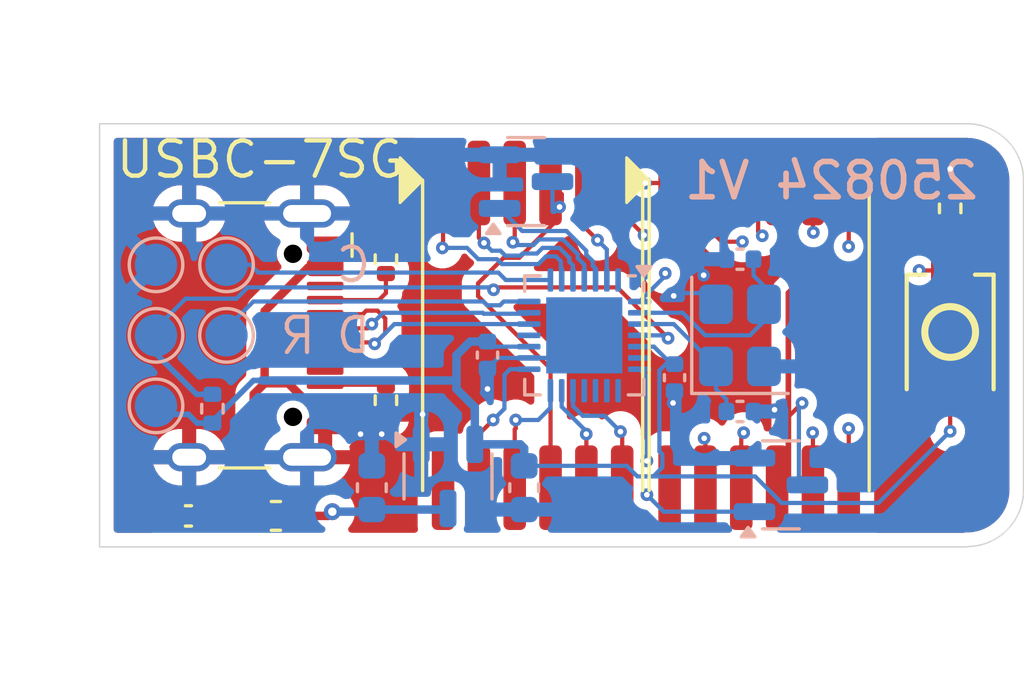
<source format=kicad_pcb>
(kicad_pcb (version 20241229) (generator "pcbnew") (generator_version "9.0")
  (layers (0 "F.Cu" signal) (4 "In1.Cu" signal) (6 "In2.Cu" signal) (2 "B.Cu" signal) (13 "F.Paste" user) (15 "B.Paste" user) (5 "F.SilkS" user "F.Silkscreen") (7 "B.SilkS" user "B.Silkscreen") (1 "F.Mask" user) (3 "B.Mask" user) (25 "Edge.Cuts" user))
  (net 0 "")
  (net 1 "GND")
  (net 2 "/VUSB")
  (net 3 "+3.3V")
  (net 4 "/D-")
  (net 5 "/D+")
  (net 6 "Net-(J1-CC2)")
  (net 7 "Net-(J1-CC1)")
  (net 8 "Net-(U3-BOOT0{slash}PB8)")
  (net 9 "/MSB_EN")
  (net 10 "/LSB_EN")
  (net 11 "/LED_F")
  (net 12 "/LED_D")
  (net 13 "/LED_B")
  (net 14 "/LED_G")
  (net 15 "/LED_DP2")
  (net 16 "/LED_C")
  (net 17 "/LED_DP1")
  (net 18 "/LED_A")
  (net 19 "/LED_E")
  (net 20 "/LEB_B")
  (net 21 "Net-(U4-VI)")
  (net 28 "Net-(U3-OSC_OUT{slash}PD1)")
  (net 29 "Net-(U3-OSC_IN{slash}PD0)")
  (net 30 "Net-(Q1-D)")
  (net 31 "Net-(Q2-D)")
  (net 32 "/~{RST}")
  (net 33 "/SWCLK")
  (net 34 "/SWDIO")
  (footprint "Inductor_SMD:L_0603_1608Metric" (layer "F.Cu") (at 132.5 109.9)
    (property "Reference" "FB1" (hide yes))
    (property "Value" "GZ1608D601TF")
    (fp_line (start -0.162779 -0.51) (end 0.162779 -0.51) (stroke (width 0.12)) (layer "F.SilkS"))
    (fp_line (start -0.162779 0.51) (end 0.162779 0.51) (stroke (width 0.12)) (layer "F.SilkS"))
    (pad "1" smd roundrect (at -0.7875 0) (size 0.875 0.95) (layers "F.Cu" "F.Mask" "F.Paste") (net 2 "/VUSB"))
    (pad "2" smd roundrect (at 0.7875 0) (size 0.875 0.95) (layers "F.Cu" "F.Mask" "F.Paste") (net 21 "Net-(U4-VI)"))
  )
  (footprint "Capacitor_SMD:C_0402_1005Metric" (layer "F.Cu") (at 129.4 109.9 180)
    (property "Reference" "C7" (hide yes))
    (property "Value" "100n")
    (fp_line (start -0.107836 0.36) (end 0.107836 0.36) (stroke (width 0.12)) (layer "F.SilkS"))
    (fp_line (start -0.107836 -0.36) (end 0.107836 -0.36) (stroke (width 0.12)) (layer "F.SilkS"))
    (pad "1" smd roundrect (at -0.48 0 180) (size 0.56 0.62) (layers "F.Cu" "F.Mask" "F.Paste") (net 2 "/VUSB"))
    (pad "2" smd roundrect (at 0.48 0 180) (size 0.56 0.62) (layers "F.Cu" "F.Mask" "F.Paste") (net 1 "GND"))
  )
  (footprint "Connector_USB:USB_C_Receptacle_HCTL_HC-TYPE-C-16P-01A" (layer "F.Cu") (at 130.5 103.5 -90)
    (property "Reference" "J1" (hide yes))
    (property "Value" "USB_C_Receptacle_USB2.0_14P")
    (fp_line (start -4.7 -1.78) (end -4.7 0) (stroke (width 0.12)) (layer "F.SilkS"))
    (fp_line (start 4.7 -1.78) (end 4.7 0) (stroke (width 0.12)) (layer "F.SilkS"))
    (fp_line (start -2.8 -4.7) (end -3.6 -4.7) (stroke (width 0.12)) (layer "F.SilkS"))
    (pad "" np_thru_hole circle (at -2.89 -2.605 270) (size 0.65 0.65) (drill 0.65) (layers "*.Mask"))
    (pad "" np_thru_hole circle (at 2.89 -2.605 270) (size 0.65 0.65) (drill 0.65) (layers "*.Mask"))
    (pad "A1" smd roundrect (at -3.2 -3.745 270) (size 0.6 1.3) (layers "F.Cu" "F.Mask" "F.Paste") (net 1 "GND"))
    (pad "A4" smd roundrect (at -2.4 -3.745 270) (size 0.6 1.3) (layers "F.Cu" "F.Mask" "F.Paste") (net 2 "/VUSB"))
    (pad "A5" smd roundrect (at -1.25 -3.745 270) (size 0.3 1.3) (layers "F.Cu" "F.Mask" "F.Paste") (net 7 "Net-(J1-CC1)"))
    (pad "A6" smd roundrect (at -0.25 -3.745 270) (size 0.3 1.3) (layers "F.Cu" "F.Mask" "F.Paste") (net 5 "/D+"))
    (pad "A7" smd roundrect (at 0.25 -3.745 270) (size 0.3 1.3) (layers "F.Cu" "F.Mask" "F.Paste") (net 4 "/D-"))
    (pad "A8" smd roundrect (at 1.25 -3.745 270) (size 0.3 1.3) (layers "F.Cu" "F.Mask" "F.Paste"))
    (pad "A9" smd roundrect (at 2.4 -3.745 270) (size 0.6 1.3) (layers "F.Cu" "F.Mask" "F.Paste") (net 2 "/VUSB"))
    (pad "A12" smd roundrect (at 3.2 -3.745 270) (size 0.6 1.3) (layers "F.Cu" "F.Mask" "F.Paste") (net 1 "GND"))
    (pad "B1" smd roundrect (at 3.2 -3.745 270) (size 0.6 1.3) (layers "F.Cu" "F.Mask" "F.Paste") (net 1 "GND"))
    (pad "B4" smd roundrect (at 2.4 -3.745 270) (size 0.6 1.3) (layers "F.Cu" "F.Mask" "F.Paste") (net 2 "/VUSB"))
    (pad "B5" smd roundrect (at 1.75 -3.745 270) (size 0.3 1.3) (layers "F.Cu" "F.Mask" "F.Paste") (net 6 "Net-(J1-CC2)"))
    (pad "B6" smd roundrect (at 0.75 -3.745 270) (size 0.3 1.3) (layers "F.Cu" "F.Mask" "F.Paste") (net 5 "/D+"))
    (pad "B7" smd roundrect (at -0.75 -3.745 270) (size 0.3 1.3) (layers "F.Cu" "F.Mask" "F.Paste") (net 4 "/D-"))
    (pad "B8" smd roundrect (at -1.75 -3.745 270) (size 0.3 1.3) (layers "F.Cu" "F.Mask" "F.Paste"))
    (pad "B9" smd roundrect (at -2.4 -3.745 270) (size 0.6 1.3) (layers "F.Cu" "F.Mask" "F.Paste") (net 2 "/VUSB"))
    (pad "B12" smd roundrect (at -3.2 -3.745 270) (size 0.6 1.3) (layers "F.Cu" "F.Mask" "F.Paste") (net 1 "GND"))
    (pad "S1" thru_hole oval (at -4.32 -3.105 270) (size 1 2.1) (drill oval 0.6 1.7) (property pad_prop_heatsink) (layers "*.Cu" "*.Mask") (net 1 "GND"))
    (pad "S1" thru_hole oval (at -4.32 1.075 270) (size 1 1.6) (drill oval 0.6 1.2) (property pad_prop_heatsink) (layers "*.Cu" "*.Mask") (net 1 "GND"))
    (pad "S1" thru_hole oval (at 4.32 -3.105 270) (size 1 2.1) (drill oval 0.6 1.7) (property pad_prop_heatsink) (layers "*.Cu" "*.Mask") (net 1 "GND"))
    (pad "S1" thru_hole oval (at 4.32 1.075 270) (size 1 1.6) (drill oval 0.6 1.2) (property pad_prop_heatsink) (layers "*.Cu" "*.Mask") (net 1 "GND"))
  )
  (footprint "usbc-7seg:GS2816ACX-X" (layer "F.Cu") (at 149.63 103.5)
    (property "Reference" "U2" (hide yes))
    (property "Value" "GS2816CX")
    (fp_line (start -3.9 -5.5) (end -3.9 5.5) (stroke (width 0.12)) (layer "F.SilkS"))
    (fp_line (start 3.9 -5.5) (end 3.9 5.5) (stroke (width 0.12)) (layer "F.SilkS"))
    (fp_poly (pts (xy -3.9 -5.5) (xy -4.7 -6.3) (xy -4.7 -4.7)) (stroke (width 0.1)) (fill yes) (layer "F.SilkS"))
    (pad "1" smd roundrect (at -3.175 -5.4) (size 0.8 3) (layers "F.Cu" "F.Mask" "F.Paste") (net 14 "/LED_G"))
    (pad "2" smd roundrect (at -1.905 -5.4) (size 0.8 3) (layers "F.Cu" "F.Mask" "F.Paste") (net 17 "/LED_DP1"))
    (pad "3" smd roundrect (at -0.635 -5.4) (size 0.8 3) (layers "F.Cu" "F.Mask" "F.Paste") (net 11 "/LED_F"))
    (pad "4" smd roundrect (at 0.635 -5.4) (size 0.8 3) (layers "F.Cu" "F.Mask" "F.Paste") (net 31 "Net-(Q2-D)"))
    (pad "5" smd roundrect (at 1.905 -5.4) (size 0.8 3) (layers "F.Cu" "F.Mask" "F.Paste") (net 18 "/LED_A"))
    (pad "6" smd roundrect (at 3.175 -5.4) (size 0.8 3) (layers "F.Cu" "F.Mask" "F.Paste") (net 13 "/LED_B"))
    (pad "7" smd roundrect (at 3.175 5.4) (size 0.8 3) (layers "F.Cu" "F.Mask" "F.Paste") (net 15 "/LED_DP2"))
    (pad "8" smd roundrect (at 1.905 5.4) (size 0.8 3) (layers "F.Cu" "F.Mask" "F.Paste") (net 16 "/LED_C"))
    (pad "9" smd roundrect (at 0.635 5.4) (size 0.8 3) (layers "F.Cu" "F.Mask" "F.Paste") (net 31 "Net-(Q2-D)"))
    (pad "10" smd roundrect (at -0.635 5.4) (size 0.8 3) (layers "F.Cu" "F.Mask" "F.Paste") (net 12 "/LED_D"))
    (pad "11" smd roundrect (at -1.905 5.4) (size 0.8 3) (layers "F.Cu" "F.Mask" "F.Paste") (net 19 "/LED_E"))
    (pad "12" smd roundrect (at -3.175 5.4) (size 0.8 3) (layers "F.Cu" "F.Mask" "F.Paste"))
  )
  (footprint "Resistor_SMD:R_0402_1005Metric" (layer "F.Cu") (at 136.4 105.8 -90)
    (property "Reference" "R1" (hide yes))
    (property "Value" "5.1K")
    (fp_line (start -0.153641 0.38) (end 0.153641 0.38) (stroke (width 0.12)) (layer "F.SilkS"))
    (fp_line (start -0.153641 -0.38) (end 0.153641 -0.38) (stroke (width 0.12)) (layer "F.SilkS"))
    (pad "1" smd roundrect (at -0.51 0 270) (size 0.54 0.64) (layers "F.Cu" "F.Mask" "F.Paste") (net 6 "Net-(J1-CC2)"))
    (pad "2" smd roundrect (at 0.51 0 270) (size 0.54 0.64) (layers "F.Cu" "F.Mask" "F.Paste") (net 1 "GND"))
  )
  (footprint "usbc-7seg:GS2816ACX-X" (layer "F.Cu") (at 141.6 103.5)
    (property "Reference" "U1" (hide yes))
    (property "Value" "GS2816CX")
    (fp_line (start -3.9 -5.5) (end -3.9 5.5) (stroke (width 0.12)) (layer "F.SilkS"))
    (fp_line (start 3.9 -5.5) (end 3.9 5.5) (stroke (width 0.12)) (layer "F.SilkS"))
    (fp_poly (pts (xy -3.9 -5.5) (xy -4.7 -6.3) (xy -4.7 -4.7)) (stroke (width 0.1)) (fill yes) (layer "F.SilkS"))
    (pad "1" smd roundrect (at -3.175 -5.4) (size 0.8 3) (layers "F.Cu" "F.Mask" "F.Paste") (net 14 "/LED_G"))
    (pad "2" smd roundrect (at -1.905 -5.4) (size 0.8 3) (layers "F.Cu" "F.Mask" "F.Paste") (net 17 "/LED_DP1"))
    (pad "3" smd roundrect (at -0.635 -5.4) (size 0.8 3) (layers "F.Cu" "F.Mask" "F.Paste") (net 11 "/LED_F"))
    (pad "4" smd roundrect (at 0.635 -5.4) (size 0.8 3) (layers "F.Cu" "F.Mask" "F.Paste") (net 30 "Net-(Q1-D)"))
    (pad "5" smd roundrect (at 1.905 -5.4) (size 0.8 3) (layers "F.Cu" "F.Mask" "F.Paste") (net 18 "/LED_A"))
    (pad "6" smd roundrect (at 3.175 -5.4) (size 0.8 3) (layers "F.Cu" "F.Mask" "F.Paste") (net 13 "/LED_B"))
    (pad "7" smd roundrect (at 3.175 5.4) (size 0.8 3) (layers "F.Cu" "F.Mask" "F.Paste") (net 15 "/LED_DP2"))
    (pad "8" smd roundrect (at 1.905 5.4) (size 0.8 3) (layers "F.Cu" "F.Mask" "F.Paste") (net 16 "/LED_C"))
    (pad "9" smd roundrect (at 0.635 5.4) (size 0.8 3) (layers "F.Cu" "F.Mask" "F.Paste") (net 30 "Net-(Q1-D)"))
    (pad "10" smd roundrect (at -0.635 5.4) (size 0.8 3) (layers "F.Cu" "F.Mask" "F.Paste") (net 12 "/LED_D"))
    (pad "11" smd roundrect (at -1.905 5.4) (size 0.8 3) (layers "F.Cu" "F.Mask" "F.Paste") (net 19 "/LED_E"))
    (pad "12" smd roundrect (at -3.175 5.4) (size 0.8 3) (layers "F.Cu" "F.Mask" "F.Paste"))
  )
  (footprint "Resistor_SMD:R_0402_1005Metric" (layer "F.Cu") (at 136.4 100.8 90)
    (property "Reference" "R2" (hide yes))
    (property "Value" "5.1K")
    (fp_line (start -0.153641 -0.38) (end 0.153641 -0.38) (stroke (width 0.12)) (layer "F.SilkS"))
    (fp_line (start -0.153641 0.38) (end 0.153641 0.38) (stroke (width 0.12)) (layer "F.SilkS"))
    (pad "1" smd roundrect (at -0.51 0 90) (size 0.54 0.64) (layers "F.Cu" "F.Mask" "F.Paste") (net 7 "Net-(J1-CC1)"))
    (pad "2" smd roundrect (at 0.51 0 90) (size 0.54 0.64) (layers "F.Cu" "F.Mask" "F.Paste") (net 1 "GND"))
  )
  (footprint "easyeda2kicad:SW-SMD_L3.9-W3.0-P4.45" (layer "F.Cu") (at 156.4 103.38 -90)
    (property "Reference" "SW1" (hide yes))
    (property "Value" "TS-1088-AR02016")
    (fp_line (start -2.03 1.54) (end -2.03 0.88) (stroke (width 0.15)) (layer "F.SilkS"))
    (fp_line (start 2.03 1.54) (end -2.03 1.54) (stroke (width 0.15)) (layer "F.SilkS"))
    (fp_line (start -2.03 -1.54) (end -2.03 -0.88) (stroke (width 0.15)) (layer "F.SilkS"))
    (fp_line (start 2.03 -1.54) (end -2.03 -1.54) (stroke (width 0.15)) (layer "F.SilkS"))
    (fp_circle (center 0 0) (end 0.9 0) (stroke (width 0.25)) (fill no) (layer "F.SilkS"))
    (pad "1" smd rect (at -2.18 0 270) (size 1.23 1.36) (layers "F.Cu" "F.Mask" "F.Paste") (net 8 "Net-(U3-BOOT0{slash}PB8)"))
    (pad "2" smd rect (at 2.18 0 270) (size 1.23 1.36) (layers "F.Cu" "F.Mask" "F.Paste") (net 3 "+3.3V"))
  )
  (footprint "Resistor_SMD:R_0402_1005Metric" (layer "F.Cu") (at 156.4 99 90)
    (property "Reference" "R4" (hide yes))
    (property "Value" "10K")
    (fp_line (start -0.153641 -0.38) (end 0.153641 -0.38) (stroke (width 0.12)) (layer "F.SilkS"))
    (fp_line (start -0.153641 0.38) (end 0.153641 0.38) (stroke (width 0.12)) (layer "F.SilkS"))
    (pad "1" smd roundrect (at -0.51 0 90) (size 0.54 0.64) (layers "F.Cu" "F.Mask" "F.Paste") (net 8 "Net-(U3-BOOT0{slash}PB8)"))
    (pad "2" smd roundrect (at 0.51 0 90) (size 0.54 0.64) (layers "F.Cu" "F.Mask" "F.Paste") (net 1 "GND"))
  )
  (footprint "TestPoint:TestPoint_Pad_D1.5mm" (layer "B.Cu") (at 128.25 101 180)
    (property "Reference" "TP5" (hide yes))
    (property "Value" "~")
    (fp_circle (center 0 0) (end 0 -0.95) (stroke (width 0.12)) (fill no) (layer "B.SilkS"))
    (pad "1" smd circle (at 0 0 180) (size 1.5 1.5) (layers "B.Cu" "B.Mask") (net 1 "GND"))
  )
  (footprint "TestPoint:TestPoint_Pad_D1.5mm" (layer "B.Cu") (at 130.75 101 180)
    (property "Reference" "TP4" (hide yes))
    (property "Value" "~")
    (fp_circle (center 0 0) (end 0 -0.95) (stroke (width 0.12)) (fill no) (layer "B.SilkS"))
    (pad "1" smd circle (at 0 0 180) (size 1.5 1.5) (layers "B.Cu" "B.Mask") (net 33 "/SWCLK"))
  )
  (footprint "Package_TO_SOT_SMD:SOT-23" (layer "B.Cu") (at 150.4 108.8)
    (property "Reference" "Q2" (hide yes))
    (property "Value" "AO3400A")
    (fp_line (start 0 -1.56) (end -0.65 -1.56) (stroke (width 0.12)) (layer "B.SilkS"))
    (fp_line (start 0 -1.56) (end 0.65 -1.56) (stroke (width 0.12)) (layer "B.SilkS"))
    (fp_line (start 0 1.56) (end -0.65 1.56) (stroke (width 0.12)) (layer "B.SilkS"))
    (fp_line (start 0 1.56) (end 0.65 1.56) (stroke (width 0.12)) (layer "B.SilkS"))
    (fp_poly (pts (xy -1.1625 1.51) (xy -1.4025 1.84) (xy -0.9225 1.84)) (stroke (width 0.12)) (fill yes) (layer "B.SilkS"))
    (pad "1" smd roundrect (at -0.9375 0.95) (size 1.475 0.6) (layers "B.Cu" "B.Mask" "B.Paste") (net 10 "/LSB_EN"))
    (pad "2" smd roundrect (at -0.9375 -0.95) (size 1.475 0.6) (layers "B.Cu" "B.Mask" "B.Paste") (net 1 "GND"))
    (pad "3" smd roundrect (at 0.9375 0) (size 1.475 0.6) (layers "B.Cu" "B.Mask" "B.Paste") (net 31 "Net-(Q2-D)"))
  )
  (footprint "TestPoint:TestPoint_Pad_D1.5mm" (layer "B.Cu") (at 130.75 103.5 180)
    (property "Reference" "TP3" (hide yes))
    (property "Value" "~")
    (fp_circle (center 0 0) (end 0 -0.95) (stroke (width 0.12)) (fill no) (layer "B.SilkS"))
    (pad "1" smd circle (at 0 0 180) (size 1.5 1.5) (layers "B.Cu" "B.Mask") (net 34 "/SWDIO"))
  )
  (footprint "Capacitor_SMD:C_0402_1005Metric" (layer "B.Cu") (at 148.95 100.8 180)
    (property "Reference" "C6" (hide yes))
    (property "Value" "12pF")
    (fp_line (start -0.107836 0.36) (end 0.107836 0.36) (stroke (width 0.12)) (layer "B.SilkS"))
    (fp_line (start -0.107836 -0.36) (end 0.107836 -0.36) (stroke (width 0.12)) (layer "B.SilkS"))
    (pad "1" smd roundrect (at -0.48 0 180) (size 0.56 0.62) (layers "B.Cu" "B.Mask" "B.Paste") (net 29 "Net-(U3-OSC_IN{slash}PD0)"))
    (pad "2" smd roundrect (at 0.48 0 180) (size 0.56 0.62) (layers "B.Cu" "B.Mask" "B.Paste") (net 1 "GND"))
  )
  (footprint "Package_DFN_QFN:WQFN-28-1EP_4x4mm_P0.4mm_EP2.7x2.7mm" (layer "B.Cu") (at 143.43 103.5 180)
    (property "Reference" "U3" (hide yes))
    (property "Value" "CH32V203GxUx")
    (fp_line (start 2.11 2.11) (end 2.11 1.56) (stroke (width 0.12)) (layer "B.SilkS"))
    (fp_line (start 2.11 -2.11) (end 2.11 -1.56) (stroke (width 0.12)) (layer "B.SilkS"))
    (fp_line (start 1.56 2.11) (end 2.11 2.11) (stroke (width 0.12)) (layer "B.SilkS"))
    (fp_line (start 1.56 -2.11) (end 2.11 -2.11) (stroke (width 0.12)) (layer "B.SilkS"))
    (fp_line (start -1.56 2.11) (end -1.81 2.11) (stroke (width 0.12)) (layer "B.SilkS"))
    (fp_line (start -1.56 -2.11) (end -2.11 -2.11) (stroke (width 0.12)) (layer "B.SilkS"))
    (fp_line (start -2.11 1.56) (end -2.11 1.87) (stroke (width 0.12)) (layer "B.SilkS"))
    (fp_line (start -2.11 -2.11) (end -2.11 -1.56) (stroke (width 0.12)) (layer "B.SilkS"))
    (fp_poly (pts (xy -2.11 2.11) (xy -2.35 2.44) (xy -1.87 2.44)) (stroke (width 0.12)) (fill yes) (layer "B.SilkS"))
    (pad "1" smd roundrect (at -1.9625 1.2 180) (size 0.825 0.2) (layers "B.Cu" "B.Mask" "B.Paste") (net 8 "Net-(U3-BOOT0{slash}PB8)"))
    (pad "2" smd roundrect (at -1.9625 0.8 180) (size 0.825 0.2) (layers "B.Cu" "B.Mask" "B.Paste") (net 29 "Net-(U3-OSC_IN{slash}PD0)"))
    (pad "3" smd roundrect (at -1.9625 0.4 180) (size 0.825 0.2) (layers "B.Cu" "B.Mask" "B.Paste") (net 28 "Net-(U3-OSC_OUT{slash}PD1)"))
    (pad "4" smd roundrect (at -1.9625 0 180) (size 0.825 0.2) (layers "B.Cu" "B.Mask" "B.Paste") (net 32 "/~{RST}"))
    (pad "5" smd roundrect (at -1.9625 -0.4 180) (size 0.825 0.2) (layers "B.Cu" "B.Mask" "B.Paste") (net 3 "+3.3V"))
    (pad "6" smd roundrect (at -1.9625 -0.8 180) (size 0.825 0.2) (layers "B.Cu" "B.Mask" "B.Paste"))
    (pad "7" smd roundrect (at -1.9625 -1.2 180) (size 0.825 0.2) (layers "B.Cu" "B.Mask" "B.Paste") (net 10 "/LSB_EN"))
    (pad "8" smd roundrect (at -1.2 -1.9625 180) (size 0.2 0.825) (layers "B.Cu" "B.Mask" "B.Paste"))
    (pad "9" smd roundrect (at -0.8 -1.9625 180) (size 0.2 0.825) (layers "B.Cu" "B.Mask" "B.Paste"))
    (pad "10" smd roundrect (at -0.4 -1.9625 180) (size 0.2 0.825) (layers "B.Cu" "B.Mask" "B.Paste"))
    (pad "11" smd roundrect (at 0 -1.9625 180) (size 0.2 0.825) (layers "B.Cu" "B.Mask" "B.Paste"))
    (pad "12" smd roundrect (at 0.4 -1.9625 180) (size 0.2 0.825) (layers "B.Cu" "B.Mask" "B.Paste") (net 15 "/LED_DP2"))
    (pad "13" smd roundrect (at 0.8 -1.9625 180) (size 0.2 0.825) (layers "B.Cu" "B.Mask" "B.Paste") (net 16 "/LED_C"))
    (pad "14" smd roundrect (at 1.2 -1.9625 180) (size 0.2 0.825) (layers "B.Cu" "B.Mask" "B.Paste") (net 12 "/LED_D"))
    (pad "15" smd roundrect (at 1.9625 -1.2 180) (size 0.825 0.2) (layers "B.Cu" "B.Mask" "B.Paste") (net 19 "/LED_E"))
    (pad "16" smd roundrect (at 1.9625 -0.8 180) (size 0.825 0.2) (layers "B.Cu" "B.Mask" "B.Paste") (net 1 "GND"))
    (pad "17" smd roundrect (at 1.9625 -0.4 180) (size 0.825 0.2) (layers "B.Cu" "B.Mask" "B.Paste") (net 3 "+3.3V"))
    (pad "18" smd roundrect (at 1.9625 0 180) (size 0.825 0.2) (layers "B.Cu" "B.Mask" "B.Paste"))
    (pad "19" smd roundrect (at 1.9625 0.4 180) (size 0.825 0.2) (layers "B.Cu" "B.Mask" "B.Paste") (net 4 "/D-"))
    (pad "20" smd roundrect (at 1.9625 0.8 180) (size 0.825 0.2) (layers "B.Cu" "B.Mask" "B.Paste") (net 5 "/D+"))
    (pad "21" smd roundrect (at 1.9625 1.2 180) (size 0.825 0.2) (layers "B.Cu" "B.Mask" "B.Paste") (net 34 "/SWDIO"))
    (pad "22" smd roundrect (at 1.2 1.9625 180) (size 0.2 0.825) (layers "B.Cu" "B.Mask" "B.Paste") (net 33 "/SWCLK"))
    (pad "23" smd roundrect (at 0.8 1.9625 180) (size 0.2 0.825) (layers "B.Cu" "B.Mask" "B.Paste") (net 14 "/LED_G"))
    (pad "24" smd roundrect (at 0.4 1.9625 180) (size 0.2 0.825) (layers "B.Cu" "B.Mask" "B.Paste") (net 17 "/LED_DP1"))
    (pad "25" smd roundrect (at 0 1.9625 180) (size 0.2 0.825) (layers "B.Cu" "B.Mask" "B.Paste") (net 11 "/LED_F"))
    (pad "26" smd roundrect (at -0.4 1.9625 180) (size 0.2 0.825) (layers "B.Cu" "B.Mask" "B.Paste") (net 9 "/MSB_EN"))
    (pad "27" smd roundrect (at -0.8 1.9625 180) (size 0.2 0.825) (layers "B.Cu" "B.Mask" "B.Paste") (net 18 "/LED_A"))
    (pad "28" smd roundrect (at -1.2 1.9625 180) (size 0.2 0.825) (layers "B.Cu" "B.Mask" "B.Paste") (net 20 "/LEB_B"))
    (pad "29" smd rect (at 0 0 180) (size 2.7 2.7) (property pad_prop_heatsink) (layers "B.Cu" "B.Mask") (net 1 "GND"))
  )
  (footprint "Capacitor_SMD:C_0603_1608Metric" (layer "B.Cu") (at 135.9 108.9 90)
    (property "Reference" "C1" (hide yes))
    (property "Value" "4.7uF")
    (fp_line (start -0.14058 -0.51) (end 0.14058 -0.51) (stroke (width 0.12)) (layer "B.SilkS"))
    (fp_line (start -0.14058 0.51) (end 0.14058 0.51) (stroke (width 0.12)) (layer "B.SilkS"))
    (pad "1" smd roundrect (at -0.775 0 90) (size 0.9 0.95) (layers "B.Cu" "B.Mask" "B.Paste") (net 21 "Net-(U4-VI)"))
    (pad "2" smd roundrect (at 0.775 0 90) (size 0.9 0.95) (layers "B.Cu" "B.Mask" "B.Paste") (net 1 "GND"))
  )
  (footprint "Capacitor_SMD:C_0402_1005Metric" (layer "B.Cu") (at 140 104.2 -90)
    (property "Reference" "C3" (hide yes))
    (property "Value" "100n")
    (fp_line (start -0.107836 0.36) (end 0.107836 0.36) (stroke (width 0.12)) (layer "B.SilkS"))
    (fp_line (start -0.107836 -0.36) (end 0.107836 -0.36) (stroke (width 0.12)) (layer "B.SilkS"))
    (pad "1" smd roundrect (at -0.48 0 270) (size 0.56 0.62) (layers "B.Cu" "B.Mask" "B.Paste") (net 3 "+3.3V"))
    (pad "2" smd roundrect (at 0.48 0 270) (size 0.56 0.62) (layers "B.Cu" "B.Mask" "B.Paste") (net 1 "GND"))
  )
  (footprint "Capacitor_SMD:C_0402_1005Metric" (layer "B.Cu") (at 146.63 105 -90)
    (property "Reference" "C4" (hide yes))
    (property "Value" "100n")
    (fp_line (start -0.107836 0.36) (end 0.107836 0.36) (stroke (width 0.12)) (layer "B.SilkS"))
    (fp_line (start -0.107836 -0.36) (end 0.107836 -0.36) (stroke (width 0.12)) (layer "B.SilkS"))
    (pad "1" smd roundrect (at -0.48 0 270) (size 0.56 0.62) (layers "B.Cu" "B.Mask" "B.Paste") (net 3 "+3.3V"))
    (pad "2" smd roundrect (at 0.48 0 270) (size 0.56 0.62) (layers "B.Cu" "B.Mask" "B.Paste") (net 1 "GND"))
  )
  (footprint "Resistor_SMD:R_0402_1005Metric" (layer "B.Cu") (at 130.25 106.1 90)
    (property "Reference" "R3" (hide yes))
    (property "Value" "10K")
    (fp_line (start -0.153641 -0.38) (end 0.153641 -0.38) (stroke (width 0.12)) (layer "B.SilkS"))
    (fp_line (start -0.153641 0.38) (end 0.153641 0.38) (stroke (width 0.12)) (layer "B.SilkS"))
    (pad "1" smd roundrect (at -0.51 0 90) (size 0.54 0.64) (layers "B.Cu" "B.Mask" "B.Paste") (net 3 "+3.3V"))
    (pad "2" smd roundrect (at 0.51 0 90) (size 0.54 0.64) (layers "B.Cu" "B.Mask" "B.Paste") (net 32 "/~{RST}"))
  )
  (footprint "Capacitor_SMD:C_0603_1608Metric" (layer "B.Cu") (at 141.3 108.9 -90)
    (property "Reference" "C2" (hide yes))
    (property "Value" "4.7uF")
    (fp_line (start -0.14058 0.51) (end 0.14058 0.51) (stroke (width 0.12)) (layer "B.SilkS"))
    (fp_line (start -0.14058 -0.51) (end 0.14058 -0.51) (stroke (width 0.12)) (layer "B.SilkS"))
    (pad "1" smd roundrect (at -0.775 0 270) (size 0.9 0.95) (layers "B.Cu" "B.Mask" "B.Paste") (net 3 "+3.3V"))
    (pad "2" smd roundrect (at 0.775 0 270) (size 0.9 0.95) (layers "B.Cu" "B.Mask" "B.Paste") (net 1 "GND"))
  )
  (footprint "Package_TO_SOT_SMD:SOT-23" (layer "B.Cu") (at 141.3675 98.05)
    (property "Reference" "Q1" (hide yes))
    (property "Value" "AO3400A")
    (fp_line (start 0 -1.56) (end -0.65 -1.56) (stroke (width 0.12)) (layer "B.SilkS"))
    (fp_line (start 0 -1.56) (end 0.65 -1.56) (stroke (width 0.12)) (layer "B.SilkS"))
    (fp_line (start 0 1.56) (end -0.65 1.56) (stroke (width 0.12)) (layer "B.SilkS"))
    (fp_line (start 0 1.56) (end 0.65 1.56) (stroke (width 0.12)) (layer "B.SilkS"))
    (fp_poly (pts (xy -1.1625 1.51) (xy -1.4025 1.84) (xy -0.9225 1.84)) (stroke (width 0.12)) (fill yes) (layer "B.SilkS"))
    (pad "1" smd roundrect (at -0.9375 0.95) (size 1.475 0.6) (layers "B.Cu" "B.Mask" "B.Paste") (net 9 "/MSB_EN"))
    (pad "2" smd roundrect (at -0.9375 -0.95) (size 1.475 0.6) (layers "B.Cu" "B.Mask" "B.Paste") (net 1 "GND"))
    (pad "3" smd roundrect (at 0.9375 0) (size 1.475 0.6) (layers "B.Cu" "B.Mask" "B.Paste") (net 30 "Net-(Q1-D)"))
  )
  (footprint "Package_TO_SOT_SMD:SOT-23-3" (layer "B.Cu") (at 138.6 108.5 -90)
    (property "Reference" "U4" (hide yes))
    (property "Value" "XC6206P332MR-G")
    (fp_line (start 0 1.56) (end -0.8 1.56) (stroke (width 0.12)) (layer "B.SilkS"))
    (fp_line (start 0 1.56) (end 0.8 1.56) (stroke (width 0.12)) (layer "B.SilkS"))
    (fp_line (start 0 -1.56) (end -0.8 -1.56) (stroke (width 0.12)) (layer "B.SilkS"))
    (fp_line (start 0 -1.56) (end 0.8 -1.56) (stroke (width 0.12)) (layer "B.SilkS"))
    (fp_poly (pts (xy -1.3 1.51) (xy -1.54 1.84) (xy -1.06 1.84)) (stroke (width 0.12)) (fill yes) (layer "B.SilkS"))
    (pad "1" smd roundrect (at -1.1375 0.95 270) (size 1.325 0.6) (layers "B.Cu" "B.Mask" "B.Paste") (net 1 "GND"))
    (pad "2" smd roundrect (at -1.1375 -0.95 270) (size 1.325 0.6) (layers "B.Cu" "B.Mask" "B.Paste") (net 3 "+3.3V"))
    (pad "3" smd roundrect (at 1.1375 0 270) (size 1.325 0.6) (layers "B.Cu" "B.Mask" "B.Paste") (net 21 "Net-(U4-VI)"))
  )
  (footprint "TestPoint:TestPoint_Pad_D1.5mm" (layer "B.Cu") (at 128.25 103.5 180)
    (property "Reference" "TP2" (hide yes))
    (property "Value" "~")
    (fp_circle (center 0 0) (end 0 -0.95) (stroke (width 0.12)) (fill no) (layer "B.SilkS"))
    (pad "1" smd circle (at 0 0 180) (size 1.5 1.5) (layers "B.Cu" "B.Mask") (net 32 "/~{RST}"))
  )
  (footprint "Capacitor_SMD:C_0402_1005Metric" (layer "B.Cu") (at 148.95 106.2)
    (property "Reference" "C5" (hide yes))
    (property "Value" "12pF")
    (fp_line (start -0.107836 -0.36) (end 0.107836 -0.36) (stroke (width 0.12)) (layer "B.SilkS"))
    (fp_line (start -0.107836 0.36) (end 0.107836 0.36) (stroke (width 0.12)) (layer "B.SilkS"))
    (pad "1" smd roundrect (at -0.48 0) (size 0.56 0.62) (layers "B.Cu" "B.Mask" "B.Paste") (net 28 "Net-(U3-OSC_OUT{slash}PD1)"))
    (pad "2" smd roundrect (at 0.48 0) (size 0.56 0.62) (layers "B.Cu" "B.Mask" "B.Paste") (net 1 "GND"))
  )
  (footprint "Crystal:Crystal_SMD_3225-4Pin_3.2x2.5mm" (layer "B.Cu") (at 148.95 103.5 90)
    (property "Reference" "Y1" (hide yes))
    (property "Value" "12MHz")
    (fp_line (start -2.06 -1.71) (end 2.06 -1.71) (stroke (width 0.12)) (layer "B.SilkS"))
    (fp_line (start -2.06 1.71) (end -2.06 -1.71) (stroke (width 0.12)) (layer "B.SilkS"))
    (pad "1" smd roundrect (at -1.1 -0.85 90) (size 1.4 1.2) (layers "B.Cu" "B.Mask" "B.Paste") (roundrect_rratio 0.208333) (net 28 "Net-(U3-OSC_OUT{slash}PD1)"))
    (pad "2" smd roundrect (at 1.1 -0.85 90) (size 1.4 1.2) (layers "B.Cu" "B.Mask" "B.Paste") (roundrect_rratio 0.208333) (net 1 "GND"))
    (pad "3" smd roundrect (at 1.1 0.85 90) (size 1.4 1.2) (layers "B.Cu" "B.Mask" "B.Paste") (roundrect_rratio 0.208333) (net 29 "Net-(U3-OSC_IN{slash}PD0)"))
    (pad "4" smd roundrect (at -1.1 0.85 90) (size 1.4 1.2) (layers "B.Cu" "B.Mask" "B.Paste") (roundrect_rratio 0.208333) (net 1 "GND"))
  )
  (footprint "TestPoint:TestPoint_Pad_D1.5mm" (layer "B.Cu") (at 128.25 106 180)
    (property "Reference" "TP1" (hide yes))
    (property "Value" "~")
    (fp_circle (center 0 0) (end 0 -0.95) (stroke (width 0.12)) (fill no) (layer "B.SilkS"))
    (pad "1" smd circle (at 0 0 180) (size 1.5 1.5) (layers "B.Cu" "B.Mask") (net 3 "+3.3V"))
  )
  (gr_line (start 126.25 96) (end 126.25 111) (stroke (width 0.05)) (layer "Edge.Cuts"))
  (gr_line (start 126.25 111) (end 157 111) (stroke (width 0.05)) (layer "Edge.Cuts"))
  (gr_line (start 157 110.9858) (end 157 111) (stroke (width 0.05)) (layer "Edge.Cuts"))
  (gr_arc (start 159 108.9858) (mid 158.414214 110.4) (end 157 110.9858) (stroke (width 0.05)) (layer "Edge.Cuts"))
  (gr_arc (start 157 96) (mid 158.414214 96.585786) (end 159 98) (stroke (width 0.05)) (layer "Edge.Cuts"))
  (gr_line (start 159 108.9858) (end 159 98) (stroke (width 0.05)) (layer "Edge.Cuts"))
  (gr_line (start 157 96) (end 126.25 96) (stroke (width 0.05)) (layer "Edge.Cuts"))
  (gr_text "USBC-7SG\n" (at 126.75 98 0) (layer "F.SilkS") (effects (font (size 1.25 1.25) (thickness 0.15625)) (justify left bottom)))
  (gr_text "250824 V1" (at 157.5 98.75 0) (layer "B.SilkS") (effects (font (size 1.25 1.25) (thickness 0.2)) (justify left bottom mirror)))
  (gr_text "C" (at 135.25 101 0) (layer "B.SilkS") (effects (font (size 1.2 1.2)) (justify mirror)))
  (gr_text "D" (at 135.25 103.5 0) (layer "B.SilkS") (effects (font (size 1.2 1.2)) (justify mirror)))
  (gr_text "R" (at 134 104.25 0) (layer "B.SilkS") (effects (font (size 1.25 1.25)) (justify left bottom mirror)))
  (segment (start 136.4 106.31) (end 136.4 106.85) (width 0.15) (layer "F.Cu") (net 1))
  (segment (start 135.5 107) (end 136.25 107) (width 0.15) (layer "F.Cu") (net 1))
  (segment (start 156.4 98.49) (end 156.4 97.6) (width 0.15) (layer "F.Cu") (net 1))
  (segment (start 136.4 106.85) (end 136.25 107) (width 0.15) (layer "F.Cu") (net 1))
  (via (at 135.5 107) (size 0.45) (drill 0.2) (layers "F.Cu" "B.Cu") (net 1))
  (via (at 136.25 107) (size 0.45) (drill 0.2) (layers "F.Cu" "B.Cu") (net 1))
  (via (at 146.6 102.1) (size 0.45) (drill 0.2) (layers "F.Cu" "B.Cu") (net 1))
  (via (at 147.661251 101.368286) (size 0.45) (drill 0.2) (layers "F.Cu" "B.Cu") (net 1))
  (via (at 137.7 106.3) (size 0.45) (drill 0.2) (layers "F.Cu" "B.Cu") (net 1))
  (via (at 146.576827 105.896827) (size 0.45) (drill 0.2) (layers "F.Cu" "B.Cu") (net 1))
  (via (at 140 105.4) (size 0.45) (drill 0.2) (layers "F.Cu" "B.Cu") (net 1))
  (via (at 150.174416 106.136348) (size 0.45) (drill 0.2) (layers "F.Cu" "B.Cu") (net 1))
  (via (at 156.4 97.6) (size 0.45) (drill 0.2) (layers "F.Cu" "B.Cu") (net 1))
  (segment (start 140.38 104.3) (end 141.4675 104.3) (width 0.15) (layer "B.Cu") (net 1))
  (segment (start 147.7 102) (end 146.7 102) (width 0.15) (layer "B.Cu") (net 1))
  (segment (start 140 104.68) (end 140.38 104.3) (width 0.15) (layer "B.Cu") (net 1))
  (segment (start 137.65 107.3625) (end 137.65 106.35) (width 0.15) (layer "B.Cu") (net 1))
  (segment (start 135.9 108.125) (end 135.9 107.4) (width 0.15) (layer "B.Cu") (net 1))
  (segment (start 137.65 106.35) (end 137.7 106.3) (width 0.15) (layer "B.Cu") (net 1))
  (segment (start 146.7 102) (end 146.6 102.1) (width 0.15) (layer "B.Cu") (net 1))
  (segment (start 141.4675 104.3) (end 142.63 104.3) (width 0.15) (layer "B.Cu") (net 1))
  (segment (start 135.9 107.4) (end 135.5 107) (width 0.15) (layer "B.Cu") (net 1))
  (segment (start 131.7125 105.5875) (end 131.7125 109.9) (width 0.3) (layer "F.Cu") (net 2))
  (segment (start 132.940466 105.2) (end 133.640466 105.9) (width 0.3) (layer "F.Cu") (net 2))
  (segment (start 129.88 109.9) (end 131.7125 109.9) (width 0.3) (layer "F.Cu") (net 2))
  (segment (start 134.245 101.1) (end 133.640466 101.1) (width 0.3) (layer "F.Cu") (net 2))
  (segment (start 133.640466 101.1) (end 132.1 102.640466) (width 0.3) (layer "F.Cu") (net 2))
  (segment (start 133.640466 105.9) (end 134.245 105.9) (width 0.3) (layer "F.Cu") (net 2))
  (segment (start 132.1 105.2) (end 131.7125 105.5875) (width 0.3) (layer "F.Cu") (net 2))
  (segment (start 132.1 102.640466) (end 132.1 105.2) (width 0.3) (layer "F.Cu") (net 2))
  (segment (start 132.1 105.2) (end 132.940466 105.2) (width 0.3) (layer "F.Cu") (net 2))
  (segment (start 156.4 105.56) (end 156.4 106.9) (width 0.15) (layer "F.Cu") (net 3))
  (via (at 156.4 106.9) (size 0.45) (drill 0.2) (layers "F.Cu" "B.Cu") (net 3))
  (segment (start 131.7 105.1) (end 130.19 106.61) (width 0.2) (layer "B.Cu") (net 3))
  (segment (start 139.55 107.3625) (end 141.1625 107.3625) (width 0.3) (layer "B.Cu") (net 3))
  (segment (start 144.934264 108.125) (end 145.309264 108.5) (width 0.15) (layer "B.Cu") (net 3))
  (segment (start 138.9 104.205001) (end 139.385001 103.72) (width 0.3) (layer "B.Cu") (net 3))
  (segment (start 146.2 107.722182) (end 146.093388 107.61557) (width 0.15) (layer "B.Cu") (net 3))
  (segment (start 141.1625 107.3625) (end 141.3 107.5) (width 0.3) (layer "B.Cu") (net 3))
  (segment (start 138.9 105.4) (end 138.9 105.1) (width 0.3) (layer "B.Cu") (net 3))
  (segment (start 149.485902 108.5) (end 145.55 108.5) (width 0.15) (layer "B.Cu") (net 3))
  (segment (start 140.18 103.9) (end 141.4675 103.9) (width 0.15) (layer "B.Cu") (net 3))
  (segment (start 129.4 106.3) (end 127.9 106.3) (width 0.2) (layer "B.Cu") (net 3))
  (segment (start 129.71 106.61) (end 129.4 106.3) (width 0.2) (layer "B.Cu") (net 3))
  (segment (start 130.19 106.61) (end 129.9 106.61) (width 0.2) (layer "B.Cu") (net 3))
  (segment (start 153.859902 109.440098) (end 150.426 109.440098) (width 0.15) (layer "B.Cu") (net 3))
  (segment (start 145.309264 108.5) (end 145.55 108.5) (width 0.15) (layer "B.Cu") (net 3))
  (segment (start 141.3 107.5) (end 141.3 108.125) (width 0.3) (layer "B.Cu") (net 3))
  (segment (start 146.093388 104.746613) (end 146.320001 104.52) (width 0.15) (layer "B.Cu") (net 3))
  (segment (start 145.55 108.5) (end 145.877818 108.5) (width 0.15) (layer "B.Cu") (net 3))
  (segment (start 150.426 109.440098) (end 149.485902 108.5) (width 0.15) (layer "B.Cu") (net 3))
  (segment (start 131.7 105.1) (end 132 105.1) (width 0.2) (layer "B.Cu") (net 3))
  (segment (start 145.9 103.9) (end 146.52 104.52) (width 0.15) (layer "B.Cu") (net 3))
  (segment (start 146.093388 107.61557) (end 146.093388 104.746613) (width 0.15) (layer "B.Cu") (net 3))
  (segment (start 138.9 105.1) (end 138.9 104.205001) (width 0.3) (layer "B.Cu") (net 3))
  (segment (start 146.320001 104.52) (end 146.63 104.52) (width 0.15) (layer "B.Cu") (net 3))
  (segment (start 138.9 105.1) (end 132 105.1) (width 0.3) (layer "B.Cu") (net 3))
  (segment (start 146.2 108.177818) (end 146.2 107.722182) (width 0.15) (layer "B.Cu") (net 3))
  (segment (start 139.385001 103.72) (end 140 103.72) (width 0.3) (layer "B.Cu") (net 3))
  (segment (start 156.4 106.9) (end 153.859902 109.440098) (width 0.15) (layer "B.Cu") (net 3))
  (segment (start 139.55 107.3625) (end 139.55 106.05) (width 0.3) (layer "B.Cu") (net 3))
  (segment (start 141.3 108.125) (end 144.934264 108.125) (width 0.15) (layer "B.Cu") (net 3))
  (segment (start 130.25 106.61) (end 129.71 106.61) (width 0.2) (layer "B.Cu") (net 3))
  (segment (start 139.55 106.05) (end 138.9 105.4) (width 0.3) (layer "B.Cu") (net 3))
  (segment (start 145.3925 103.9) (end 145.9 103.9) (width 0.15) (layer "B.Cu") (net 3))
  (segment (start 145.877818 108.5) (end 146.2 108.177818) (width 0.15) (layer "B.Cu") (net 3))
  (segment (start 135.95 103.75) (end 136 103.8) (width 0.15) (layer "F.Cu") (net 4))
  (segment (start 136.376 102.902834) (end 136.376 103.424) (width 0.15) (layer "F.Cu") (net 4))
  (segment (start 135.702834 102.624) (end 136.097166 102.624) (width 0.15) (layer "F.Cu") (net 4))
  (segment (start 134.245 102.75) (end 135.576834 102.75) (width 0.15) (layer "F.Cu") (net 4))
  (segment (start 135.576834 102.75) (end 135.702834 102.624) (width 0.15) (layer "F.Cu") (net 4))
  (segment (start 134.245 103.75) (end 135.95 103.75) (width 0.15) (layer "F.Cu") (net 4))
  (segment (start 136.097166 102.624) (end 136.376 102.902834) (width 0.15) (layer "F.Cu") (net 4))
  (segment (start 136.376 103.424) (end 136 103.8) (width 0.15) (layer "F.Cu") (net 4))
  (via (at 136 103.8) (size 0.45) (drill 0.2) (layers "F.Cu" "B.Cu") (net 4))
  (segment (start 136 103.8) (end 136.7 103.1) (width 0.15) (layer "B.Cu") (net 4))
  (segment (start 136.7 103.1) (end 141.4675 103.1) (width 0.15) (layer "B.Cu") (net 4))
  (segment (start 132.95 104.25) (end 134.245 104.25) (width 0.15) (layer "F.Cu") (net 5))
  (segment (start 134.245 103.25) (end 133.05 103.25) (width 0.15) (layer "F.Cu") (net 5))
  (segment (start 135.75 103.25) (end 135.9 103.1) (width 0.15) (layer "F.Cu") (net 5))
  (segment (start 132.8 104.1) (end 132.95 104.25) (width 0.15) (layer "F.Cu") (net 5))
  (segment (start 133.05 103.25) (end 132.8 103.5) (width 0.15) (layer "F.Cu") (net 5))
  (segment (start 134.245 103.25) (end 135.75 103.25) (width 0.15) (layer "F.Cu") (net 5))
  (segment (start 132.8 103.5) (end 132.8 104.1) (width 0.15) (layer "F.Cu") (net 5))
  (via (at 135.9 103.1) (size 0.45) (drill 0.2) (layers "F.Cu" "B.Cu") (net 5))
  (segment (start 135.9 103.1) (end 136.3 102.7) (width 0.15) (layer "B.Cu") (net 5))
  (segment (start 139.863513 102.734404) (end 141.433096 102.734404) (width 0.15) (layer "B.Cu") (net 5))
  (segment (start 141.433096 102.734404) (end 141.4675 102.7) (width 0.15) (layer "B.Cu") (net 5))
  (segment (start 139.829109 102.7) (end 139.863513 102.734404) (width 0.15) (layer "B.Cu") (net 5))
  (segment (start 136.3 102.7) (end 139.829109 102.7) (width 0.15) (layer "B.Cu") (net 5))
  (segment (start 134.245 105.25) (end 136.36 105.25) (width 0.15) (layer "F.Cu") (net 6))
  (segment (start 136.4 102) (end 136.4 101.31) (width 0.15) (layer "F.Cu") (net 7))
  (segment (start 134.245 102.25) (end 136.15 102.25) (width 0.15) (layer "F.Cu") (net 7))
  (segment (start 136.15 102.25) (end 136.4 102) (width 0.15) (layer "F.Cu") (net 7))
  (segment (start 156.4 101.2) (end 156.4 99.51) (width 0.15) (layer "F.Cu") (net 8))
  (segment (start 156.4 101.2) (end 155.3 101.2) (width 0.15) (layer "F.Cu") (net 8))
  (via (at 146.3 101.3) (size 0.45) (drill 0.2) (layers "F.Cu" "B.Cu") (net 8))
  (via (at 155.3 101.2) (size 0.45) (drill 0.2) (layers "F.Cu" "B.Cu") (net 8))
  (segment (start 146.3 101.3925) (end 146.3 101.3) (width 0.15) (layer "B.Cu") (net 8))
  (segment (start 145.3925 102.3) (end 146.3 101.3925) (width 0.15) (layer "B.Cu") (net 8))
  (segment (start 143.5 100.502944) (end 142.797056 99.8) (width 0.15) (layer "B.Cu") (net 9))
  (segment (start 143.756 101.059292) (end 143.731 101.034292) (width 0.15) (layer "B.Cu") (net 9))
  (segment (start 143.731 100.872049) (end 143.5 100.641049) (width 0.15) (layer "B.Cu") (net 9))
  (segment (start 143.731 101.034292) (end 143.731 100.872049) (width 0.15) (layer "B.Cu") (net 9))
  (segment (start 141.23 99.8) (end 140.43 99) (width 0.15) (layer "B.Cu") (net 9))
  (segment (start 143.83 101.5375) (end 143.83 101.125) (width 0.15) (layer "B.Cu") (net 9))
  (segment (start 143.764292 101.059292) (end 143.756 101.059292) (width 0.15) (layer "B.Cu") (net 9))
  (segment (start 143.83 101.125) (end 143.764292 101.059292) (width 0.15) (layer "B.Cu") (net 9))
  (segment (start 143.5 100.641049) (end 143.5 100.502944) (width 0.15) (layer "B.Cu") (net 9))
  (segment (start 142.797056 99.8) (end 141.23 99.8) (width 0.15) (layer "B.Cu") (net 9))
  (via (at 145.65 107.95) (size 0.45) (drill 0.2) (layers "F.Cu" "B.Cu") (net 10))
  (via (at 145.65 109.15) (size 0.45) (drill 0.2) (layers "F.Cu" "B.Cu") (net 10))
  (segment (start 145.65 104.9575) (end 145.65 107.95) (width 0.15) (layer "B.Cu") (net 10))
  (segment (start 145.3925 104.7) (end 145.65 104.9575) (width 0.15) (layer "B.Cu") (net 10))
  (segment (start 145.65 109.15) (end 146.25 109.75) (width 0.15) (layer "B.Cu") (net 10))
  (segment (start 146.25 109.75) (end 149.4625 109.75) (width 0.15) (layer "B.Cu") (net 10))
  (segment (start 148.995 98.1) (end 149.592869 98.697869) (width 0.15) (layer "F.Cu") (net 11))
  (segment (start 140.965 98.1) (end 140.965 100.135) (width 0.15) (layer "F.Cu") (net 11))
  (segment (start 140.965 100.135) (end 140.9 100.2) (width 0.15) (layer "F.Cu") (net 11))
  (segment (start 149.592869 99.821947) (end 149.739921 99.968999) (width 0.15) (layer "F.Cu") (net 11))
  (segment (start 149.592869 98.697869) (end 149.592869 99.821947) (width 0.15) (layer "F.Cu") (net 11))
  (via (at 149.739921 99.968999) (size 0.45) (drill 0.2) (layers "F.Cu" "B.Cu") (net 11))
  (via (at 140.9 100.2) (size 0.45) (drill 0.2) (layers "F.Cu" "B.Cu") (net 11))
  (segment (start 143.2 100.766727) (end 143.2 100.627208) (width 0.15) (layer "B.Cu") (net 11))
  (segment (start 143.43 100.996727) (end 143.2 100.766727) (width 0.15) (layer "B.Cu") (net 11))
  (segment (start 142.672792 100.1) (end 141.827208 100.1) (width 0.15) (layer "B.Cu") (net 11))
  (segment (start 140.999 100.299) (end 140.9 100.2) (width 0.15) (layer "B.Cu") (net 11))
  (segment (start 143.43 101.5375) (end 143.43 100.996727) (width 0.15) (layer "B.Cu") (net 11))
  (segment (start 141.628208 100.299) (end 140.999 100.299) (width 0.15) (layer "B.Cu") (net 11))
  (segment (start 143.2 100.627208) (end 142.672792 100.1) (width 0.15) (layer "B.Cu") (net 11))
  (segment (start 141.827208 100.1) (end 141.628208 100.299) (width 0.15) (layer "B.Cu") (net 11))
  (segment (start 140.965 106.835) (end 140.965 108.9) (width 0.15) (layer "F.Cu") (net 12))
  (segment (start 141 106.8) (end 140.965 106.835) (width 0.15) (layer "F.Cu") (net 12))
  (segment (start 148.995 107.036199) (end 149.080336 106.950863) (width 0.15) (layer "F.Cu") (net 12))
  (segment (start 141 106.5) (end 141 106.8) (width 0.15) (layer "F.Cu") (net 12))
  (segment (start 148.995 108.9) (end 148.995 107.036199) (width 0.15) (layer "F.Cu") (net 12))
  (via (at 141 106.5) (size 0.45) (drill 0.2) (layers "F.Cu" "B.Cu") (net 12))
  (via (at 149.080336 106.950863) (size 0.45) (drill 0.2) (layers "F.Cu" "B.Cu") (net 12))
  (segment (start 141.8 106.5) (end 142.23 106.07) (width 0.15) (layer "B.Cu") (net 12))
  (segment (start 141.8 106.5) (end 141 106.5) (width 0.15) (layer "B.Cu") (net 12))
  (segment (start 142.23 105.4625) (end 142.23 106.07) (width 0.15) (layer "B.Cu") (net 12))
  (segment (start 144.775 99.175) (end 145.55 99.95) (width 0.15) (layer "F.Cu") (net 13))
  (segment (start 152.8 100.35) (end 152.805 100.345) (width 0.15) (layer "F.Cu") (net 13))
  (segment (start 152.805 100.345) (end 152.805 98.1) (width 0.15) (layer "F.Cu") (net 13))
  (via (at 145.55 99.95) (size 0.45) (drill 0.2) (layers "F.Cu" "B.Cu") (net 13))
  (via (at 152.8 100.35) (size 0.45) (drill 0.2) (layers "F.Cu" "B.Cu") (net 13))
  (segment (start 138.425 100.375) (end 138.4 100.4) (width 0.15) (layer "F.Cu") (net 14))
  (segment (start 145.6 98.1) (end 146.455 98.1) (width 0.15) (layer "F.Cu") (net 14))
  (segment (start 138.425 98.1) (end 138.425 100.375) (width 0.15) (layer "F.Cu") (net 14))
  (via (at 145.6 98.1) (size 0.45) (drill 0.2) (layers "F.Cu" "B.Cu") (net 14))
  (via (at 138.4 100.4) (size 0.45) (drill 0.2) (layers "F.Cu" "B.Cu") (net 14))
  (segment (start 142.63 101.125) (end 142.6 101.095) (width 0.15) (layer "B.Cu") (net 14))
  (segment (start 142.6 101.095) (end 142.6 100.875736) (width 0.15) (layer "B.Cu") (net 14))
  (segment (start 141.801736 100.974) (end 140.507273 100.974) (width 0.15) (layer "B.Cu") (net 14))
  (segment (start 140.333273 100.8) (end 139.675 100.8) (width 0.15) (layer "B.Cu") (net 14))
  (segment (start 142.075736 100.7) (end 141.801736 100.974) (width 0.15) (layer "B.Cu") (net 14))
  (segment (start 139.275 100.4) (end 138.4 100.4) (width 0.15) (layer "B.Cu") (net 14))
  (segment (start 142.63 101.5375) (end 142.63 101.125) (width 0.15) (layer "B.Cu") (net 14))
  (segment (start 140.507273 100.974) (end 140.333273 100.8) (width 0.15) (layer "B.Cu") (net 14))
  (segment (start 142.6 100.875736) (end 142.424264 100.7) (width 0.15) (layer "B.Cu") (net 14))
  (segment (start 142.424264 100.7) (end 142.075736 100.7) (width 0.15) (layer "B.Cu") (net 14))
  (segment (start 139.675 100.8) (end 139.275 100.4) (width 0.15) (layer "B.Cu") (net 14))
  (segment (start 152.805 108.9) (end 152.805 106.705) (width 0.15) (layer "F.Cu") (net 15))
  (segment (start 144.775 108.9) (end 144.775 106.975) (width 0.15) (layer "F.Cu") (net 15))
  (segment (start 144.775 106.975) (end 144.712318 106.912318) (width 0.15) (layer "F.Cu") (net 15))
  (via (at 144.712318 106.912318) (size 0.45) (drill 0.2) (layers "F.Cu" "B.Cu") (net 15))
  (via (at 152.8 106.8) (size 0.45) (drill 0.2) (layers "F.Cu" "B.Cu") (net 15))
  (segment (start 143.03 105.4625) (end 143.03 106.005736) (width 0.15) (layer "B.Cu") (net 15))
  (segment (start 143.03 106.005736) (end 143.37607 106.351806) (width 0.15) (layer "B.Cu") (net 15))
  (segment (start 144.151806 106.351806) (end 144.712318 106.912318) (width 0.15) (layer "B.Cu") (net 15))
  (segment (start 143.37607 106.351806) (end 144.151806 106.351806) (width 0.15) (layer "B.Cu") (net 15))
  (segment (start 143.505 107.005) (end 143.5 107) (width 0.15) (layer "F.Cu") (net 16))
  (segment (start 143.505 108.9) (end 143.505 107.005) (width 0.15) (layer "F.Cu") (net 16))
  (segment (start 151.535 106.959) (end 151.525682 106.949682) (width 0.15) (layer "F.Cu") (net 16))
  (segment (start 151.535 108.9) (end 151.535 106.959) (width 0.15) (layer "F.Cu") (net 16))
  (via (at 151.525682 106.949682) (size 0.45) (drill 0.2) (layers "F.Cu" "B.Cu") (net 16))
  (via (at 143.5 107) (size 0.45) (drill 0.2) (layers "F.Cu" "B.Cu") (net 16))
  (segment (start 142.63 106.03) (end 143.5 106.9) (width 0.15) (layer "B.Cu") (net 16))
  (segment (start 143.5 106.9) (end 143.5 107) (width 0.15) (layer "B.Cu") (net 16))
  (segment (start 142.63 105.4625) (end 142.63 106.03) (width 0.15) (layer "B.Cu") (net 16))
  (segment (start 139.695 100.042182) (end 139.876409 100.223591) (width 0.15) (layer "F.Cu") (net 17))
  (segment (start 148.306634 100.181634) (end 149.034844 100.181634) (width 0.15) (layer "F.Cu") (net 17))
  (segment (start 139.695 98.1) (end 139.695 100.042182) (width 0.15) (layer "F.Cu") (net 17))
  (segment (start 147.725 98.1) (end 147.725 99.6) (width 0.15) (layer "F.Cu") (net 17))
  (segment (start 147.725 99.6) (end 148.306634 100.181634) (width 0.15) (layer "F.Cu") (net 17))
  (via (at 149.034844 100.181634) (size 0.45) (drill 0.2) (layers "F.Cu" "B.Cu") (net 17))
  (via (at 139.876409 100.223591) (size 0.45) (drill 0.2) (layers "F.Cu" "B.Cu") (net 17))
  (segment (start 141.951472 100.4) (end 141.752472 100.599) (width 0.15) (layer "B.Cu") (net 17))
  (segment (start 142.548528 100.4) (end 141.951472 100.4) (width 0.15) (layer "B.Cu") (net 17))
  (segment (start 143.03 101.5375) (end 143.03 101.020991) (width 0.15) (layer "B.Cu") (net 17))
  (segment (start 141.752472 100.599) (end 141.243463 100.599) (width 0.15) (layer "B.Cu") (net 17))
  (segment (start 142.9 100.890991) (end 142.9 100.751472) (width 0.15) (layer "B.Cu") (net 17))
  (segment (start 141.243463 100.599) (end 141.168463 100.674) (width 0.15) (layer "B.Cu") (net 17))
  (segment (start 140.457537 100.5) (end 140.152818 100.5) (width 0.15) (layer "B.Cu") (net 17))
  (segment (start 141.168463 100.674) (end 140.631537 100.674) (width 0.15) (layer "B.Cu") (net 17))
  (segment (start 140.631537 100.674) (end 140.457537 100.5) (width 0.15) (layer "B.Cu") (net 17))
  (segment (start 143.03 101.020991) (end 142.9 100.890991) (width 0.15) (layer "B.Cu") (net 17))
  (segment (start 140.152818 100.5) (end 139.876409 100.223591) (width 0.15) (layer "B.Cu") (net 17))
  (segment (start 142.9 100.751472) (end 142.548528 100.4) (width 0.15) (layer "B.Cu") (net 17))
  (segment (start 151.535 99.835) (end 151.55 99.85) (width 0.15) (layer "F.Cu") (net 18))
  (segment (start 143.505 99.729) (end 143.9 100.124) (width 0.15) (layer "F.Cu") (net 18))
  (segment (start 151.535 98.1) (end 151.535 99.835) (width 0.15) (layer "F.Cu") (net 18))
  (segment (start 143.505 98.1) (end 143.505 99.729) (width 0.15) (layer "F.Cu") (net 18))
  (via (at 143.9 100.124) (size 0.45) (drill 0.2) (layers "F.Cu" "B.Cu") (net 18))
  (via (at 151.55 99.85) (size 0.45) (drill 0.2) (layers "F.Cu" "B.Cu") (net 18))
  (segment (start 144.23 101.5375) (end 144.23 100.454) (width 0.15) (layer "B.Cu") (net 18))
  (segment (start 144.23 100.454) (end 143.9 100.124) (width 0.15) (layer "B.Cu") (net 18))
  (segment (start 140.2 106.5) (end 139.695 107.005) (width 0.15) (layer "F.Cu") (net 19))
  (segment (start 139.695 107.005) (end 139.695 108.9) (width 0.15) (layer "F.Cu") (net 19))
  (segment (start 147.725 108.9) (end 147.725 107.192235) (width 0.15) (layer "F.Cu") (net 19))
  (segment (start 147.725 107.192235) (end 147.680319 107.147554) (width 0.15) (layer "F.Cu") (net 19))
  (via (at 147.680319 107.147554) (size 0.45) (drill 0.2) (layers "F.Cu" "B.Cu") (net 19))
  (via (at 140.2 106.5) (size 0.45) (drill 0.2) (layers "F.Cu" "B.Cu") (net 19))
  (segment (start 140.6 106.1) (end 140.2 106.5) (width 0.15) (layer "B.Cu") (net 19))
  (segment (start 140.6 104.9) (end 140.6 106.1) (width 0.15) (layer "B.Cu") (net 19))
  (segment (start 140.8 104.7) (end 140.6 104.9) (width 0.15) (layer "B.Cu") (net 19))
  (segment (start 141.4675 104.7) (end 140.8 104.7) (width 0.15) (layer "B.Cu") (net 19))
  (segment (start 133.2875 109.9) (end 134.35 109.9) (width 0.3) (layer "F.Cu") (net 21))
  (segment (start 134.35 109.9) (end 134.5 109.75) (width 0.3) (layer "F.Cu") (net 21))
  (via (at 134.5 109.75) (size 0.6) (drill 0.3) (layers "F.Cu" "B.Cu") (net 21))
  (segment (start 134.5 109.75) (end 135.825 109.75) (width 0.3) (layer "B.Cu") (net 21))
  (segment (start 135.9 109.675) (end 138.5625 109.675) (width 0.3) (layer "B.Cu") (net 21))
  (segment (start 148.1 105.4) (end 148.1 104.6) (width 0.15) (layer "B.Cu") (net 28))
  (segment (start 146.6 103.1) (end 148.1 104.6) (width 0.15) (layer "B.Cu") (net 28))
  (segment (start 145.3925 103.1) (end 146.6 103.1) (width 0.15) (layer "B.Cu") (net 28))
  (segment (start 148.47 106.2) (end 148.47 105.77) (width 0.15) (layer "B.Cu") (net 28))
  (segment (start 148.47 105.77) (end 148.1 105.4) (width 0.15) (layer "B.Cu") (net 28))
  (segment (start 146.919906 102.7) (end 147.719906 103.5) (width 0.15) (layer "B.Cu") (net 29))
  (segment (start 149.8 101.75) (end 149.43 101.38) (width 0.15) (layer "B.Cu") (net 29))
  (segment (start 149.43 101.38) (end 149.43 100.8) (width 0.15) (layer "B.Cu") (net 29))
  (segment (start 147.719906 103.5) (end 149.3 103.5) (width 0.15) (layer "B.Cu") (net 29))
  (segment (start 145.3925 102.7) (end 146.919906 102.7) (width 0.15) (layer "B.Cu") (net 29))
  (segment (start 149.3 103.5) (end 149.8 103) (width 0.15) (layer "B.Cu") (net 29))
  (segment (start 149.8 102.4) (end 149.8 101.75) (width 0.15) (layer "B.Cu") (net 29))
  (segment (start 139.665595 102.112222) (end 139.665595 101.656586) (width 0.15) (layer "F.Cu") (net 30))
  (segment (start 142.635 98.5) (end 142.635 98.869) (width 0.15) (layer "F.Cu") (net 30))
  (segment (start 141.127818 100.75) (end 142.555 99.322818) (width 0.15) (layer "F.Cu") (net 30))
  (segment (start 140.572182 100.75) (end 141.127818 100.75) (width 0.15) (layer "F.Cu") (net 30))
  (segment (start 142.635 98.869) (end 142.555 98.949) (width 0.15) (layer "F.Cu") (net 30))
  (segment (start 142.235 104.681627) (end 139.665595 102.112222) (width 0.15) (layer "F.Cu") (net 30))
  (segment (start 142.235 108.9) (end 142.235 104.681627) (width 0.15) (layer "F.Cu") (net 30))
  (segment (start 139.665595 101.656586) (end 140.572182 100.75) (width 0.15) (layer "F.Cu") (net 30))
  (segment (start 142.235 98.1) (end 142.635 98.5) (width 0.15) (layer "F.Cu") (net 30))
  (via (at 142.555 98.949) (size 0.45) (drill 0.2) (layers "F.Cu" "B.Cu") (net 30))
  (segment (start 142.305 99.099982) (end 142.323073 99.118055) (width 0.15) (layer "B.Cu") (net 30))
  (segment (start 142.385945 99.118055) (end 142.555 98.949) (width 0.15) (layer "B.Cu") (net 30))
  (segment (start 142.305 98.05) (end 142.305 99.099982) (width 0.15) (layer "B.Cu") (net 30))
  (segment (start 142.323073 99.118055) (end 142.385945 99.118055) (width 0.15) (layer "B.Cu") (net 30))
  (segment (start 150.665 106.385) (end 150.665 106.6) (width 0.15) (layer "F.Cu") (net 31))
  (segment (start 151.15 105.9) (end 150.665 106.385) (width 0.15) (layer "F.Cu") (net 31))
  (segment (start 150.265 98.1) (end 150.665 98.5) (width 0.2) (layer "F.Cu") (net 31))
  (segment (start 151.475 100.711827) (end 151.475 101.188173) (width 0.2) (layer "F.Cu") (net 31))
  (segment (start 150.665 106.6) (end 150.665 108.5) (width 0.2) (layer "F.Cu") (net 31))
  (segment (start 151.475 101.188173) (end 150.665 101.998173) (width 0.2) (layer "F.Cu") (net 31))
  (segment (start 150.665 98.5) (end 150.665 99.901827) (width 0.2) (layer "F.Cu") (net 31))
  (segment (start 150.665 99.901827) (end 151.475 100.711827) (width 0.2) (layer "F.Cu") (net 31))
  (segment (start 150.665 101.998173) (end 150.665 106.6) (width 0.2) (layer "F.Cu") (net 31))
  (segment (start 150.665 108.5) (end 150.265 108.9) (width 0.2) (layer "F.Cu") (net 31))
  (via (at 151.15 105.9) (size 0.45) (drill 0.2) (layers "F.Cu" "B.Cu") (net 31))
  (segment (start 151.3375 108.8) (end 151.037501 108.500001) (width 0.15) (layer "B.Cu") (net 31))
  (segment (start 151.037501 108.500001) (end 151.037501 106.012499) (width 0.15) (layer "B.Cu") (net 31))
  (segment (start 151.037501 106.012499) (end 151.15 105.9) (width 0.15) (layer "B.Cu") (net 31))
  (segment (start 144.6 101.8) (end 140.299999 101.8) (width 0.15) (layer "F.Cu") (net 32))
  (segment (start 140.299999 101.8) (end 140.215595 101.884404) (width 0.15) (layer "F.Cu") (net 32))
  (segment (start 146.4 103.6) (end 144.6 101.8) (width 0.15) (layer "F.Cu") (net 32))
  (via (at 146.4 103.6) (size 0.45) (drill 0.2) (layers "F.Cu" "B.Cu") (net 32))
  (via (at 140.215595 101.884404) (size 0.45) (drill 0.2) (layers "F.Cu" "B.Cu") (net 32))
  (segment (start 129.3 102.2) (end 131.1 102.2) (width 0.15) (layer "B.Cu") (net 32))
  (segment (start 131.5 101.8) (end 140.131191 101.8) (width 0.15) (layer "B.Cu") (net 32))
  (segment (start 129.69 105.59) (end 127.8 103.7) (width 0.2) (layer "B.Cu") (net 32))
  (segment (start 146.3 103.5) (end 146.4 103.6) (width 0.15) (layer "B.Cu") (net 32))
  (segment (start 131.1 102.2) (end 131.5 101.8) (width 0.15) (layer "B.Cu") (net 32))
  (segment (start 127.8 103.7) (end 129.3 102.2) (width 0.15) (layer "B.Cu") (net 32))
  (segment (start 140.131191 101.8) (end 140.215595 101.884404) (width 0.15) (layer "B.Cu") (net 32))
  (segment (start 129.69 105.59) (end 130.25 105.59) (width 0.2) (layer "B.Cu") (net 32))
  (segment (start 145.3925 103.5) (end 146.3 103.5) (width 0.15) (layer "B.Cu") (net 32))
  (segment (start 131.6 101) (end 131.875 101.275) (width 0.15) (layer "B.Cu") (net 33))
  (segment (start 131.875 101.275) (end 140.384009 101.275) (width 0.15) (layer "B.Cu") (net 33))
  (segment (start 140.646509 101.5375) (end 142.23 101.5375) (width 0.15) (layer "B.Cu") (net 33))
  (segment (start 140.384009 101.275) (end 140.646509 101.5375) (width 0.15) (layer "B.Cu") (net 33))
  (segment (start 130.5 101) (end 131.6 101) (width 0.15) (layer "B.Cu") (net 33))
  (segment (start 140.577817 102.3) (end 141.4675 102.3) (width 0.15) (layer "B.Cu") (net 34))
  (segment (start 130.5 103.5) (end 131.7 102.3) (width 0.15) (layer "B.Cu") (net 34))
  (segment (start 139.853373 102.3) (end 139.987777 102.434404) (width 0.15) (layer "B.Cu") (net 34))
  (segment (start 140.443413 102.434404) (end 140.577817 102.3) (width 0.15) (layer "B.Cu") (net 34))
  (segment (start 131.7 102.3) (end 139.853373 102.3) (width 0.15) (layer "B.Cu") (net 34))
  (segment (start 139.987777 102.434404) (end 140.443413 102.434404) (width 0.15) (layer "B.Cu") (net 34))
  (zone (net 1) (net_name "GND") (layer "F.Cu") (name "TOP_GND") (priority 2) (connect_pads (clearance 0.5)) (min_thickness 0.25) (fill yes (thermal_gap 0.5) (thermal_bridge_width 0.5) (island_removal_mode 2) (island_area_min 10))
    (polygon (pts (xy 126.25 96) (xy 159 96) (xy 159 111) (xy 126.25 111)))
  )
  (zone (net 1) (net_name "GND") (layer "B.Cu") (priority 1) (connect_pads (clearance 0.3)) (min_thickness 0.25) (fill yes (thermal_gap 0.5) (thermal_bridge_width 0.5) (island_removal_mode 2) (island_area_min 10))
    (polygon (pts (xy 126.3 96) (xy 159 96) (xy 159 111) (xy 126.2 111) (xy 126.2 96.1)))
  )
)
</source>
